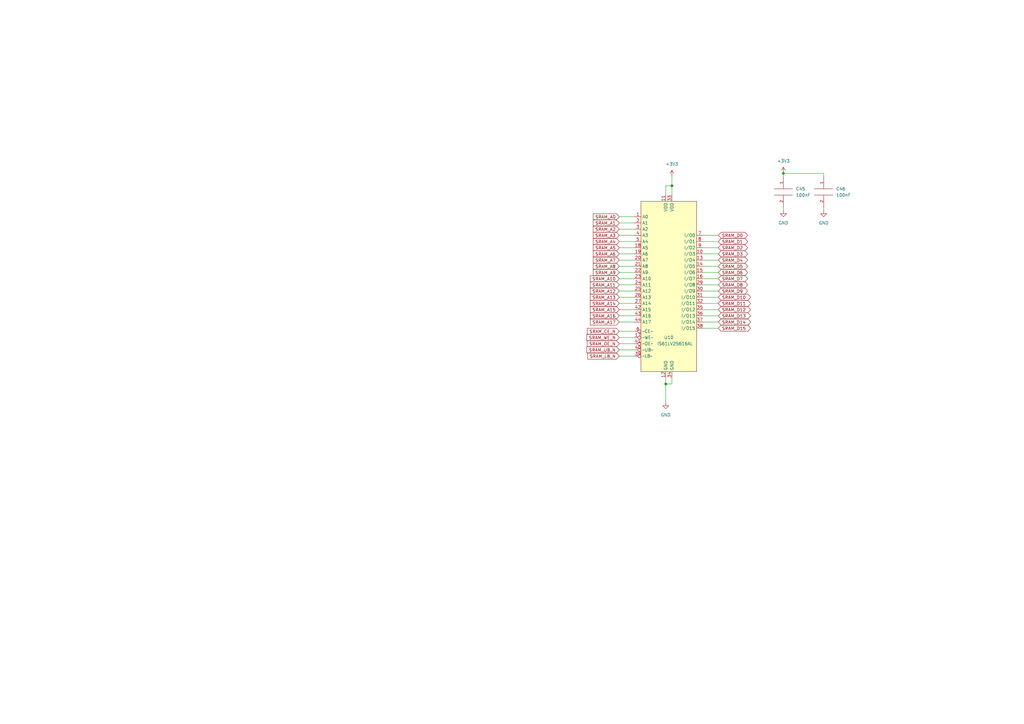
<source format=kicad_sch>
(kicad_sch (version 20211123) (generator eeschema)
  (paper "A3")
  (lib_symbols
    (symbol "iss:IS61LV25616AL"
      (property "Reference" "U" (at 0 -15.24 0))
      (property "Value" "IS61LV25616AL" (at 0 -1.27 90))
      (symbol "IS61LV25616AL_0_1"
        (rectangle (start -11.43 31.75) (end 11.43 -38.1) (fill (type background)))
      )
      (symbol "IS61LV25616AL_1_1"
        (pin input line (at -13.97 25.4 0) (length 2.54) (name "A0") (number "1"))
        (pin bidirectional line (at 13.97 10.16 180) (length 2.54) (name "I/O3") (number "10"))
        (pin input line (at -1.27 34.29 270) (length 2.54) (name "VDD") (number "11"))
        (pin input line (at -1.27 -40.64 90) (length 2.54) (name "GND") (number "12"))
        (pin bidirectional line (at 13.97 7.62 180) (length 2.54) (name "I/O4") (number "13"))
        (pin bidirectional line (at 13.97 5.08 180) (length 2.54) (name "I/O5") (number "14"))
        (pin bidirectional line (at 13.97 2.54 180) (length 2.54) (name "I/O6") (number "15"))
        (pin bidirectional line (at 13.97 0 180) (length 2.54) (name "I/O7") (number "16"))
        (pin input inverted (at -13.97 -24.13 0) (length 2.54) (name "~WE~") (number "17"))
        (pin input line (at -13.97 12.7 0) (length 2.54) (name "A5") (number "18"))
        (pin input line (at -13.97 10.16 0) (length 2.54) (name "A6") (number "19"))
        (pin input line (at -13.97 22.86 0) (length 2.54) (name "A1") (number "2"))
        (pin input line (at -13.97 7.62 0) (length 2.54) (name "A7") (number "20"))
        (pin input line (at -13.97 5.08 0) (length 2.54) (name "A8") (number "21"))
        (pin input line (at -13.97 2.54 0) (length 2.54) (name "A9") (number "22"))
        (pin input line (at -13.97 0 0) (length 2.54) (name "A10") (number "23"))
        (pin input line (at -13.97 -2.54 0) (length 2.54) (name "A11") (number "24"))
        (pin input line (at -13.97 -5.08 0) (length 2.54) (name "A12") (number "25"))
        (pin input line (at -13.97 -7.62 0) (length 2.54) (name "A13") (number "26"))
        (pin input line (at -13.97 -10.16 0) (length 2.54) (name "A14") (number "27"))
        (pin bidirectional line (at 13.97 -2.54 180) (length 2.54) (name "I/O8") (number "29"))
        (pin input line (at -13.97 20.32 0) (length 2.54) (name "A2") (number "3"))
        (pin bidirectional line (at 13.97 -5.08 180) (length 2.54) (name "I/O9") (number "30"))
        (pin bidirectional line (at 13.97 -7.62 180) (length 2.54) (name "I/O10") (number "31"))
        (pin bidirectional line (at 13.97 -10.16 180) (length 2.54) (name "I/O11") (number "32"))
        (pin input line (at 1.27 34.29 270) (length 2.54) (name "VDD") (number "33"))
        (pin input line (at 1.27 -40.64 90) (length 2.54) (name "GND") (number "34"))
        (pin bidirectional line (at 13.97 -12.7 180) (length 2.54) (name "I/O12") (number "35"))
        (pin bidirectional line (at 13.97 -15.24 180) (length 2.54) (name "I/O13") (number "36"))
        (pin bidirectional line (at 13.97 -17.78 180) (length 2.54) (name "I/O14") (number "37"))
        (pin bidirectional line (at 13.97 -20.32 180) (length 2.54) (name "I/O15") (number "38"))
        (pin input inverted (at -13.97 -31.75 0) (length 2.54) (name "~LB~") (number "39"))
        (pin input line (at -13.97 17.78 0) (length 2.54) (name "A3") (number "4"))
        (pin input inverted (at -13.97 -29.21 0) (length 2.54) (name "~UB~") (number "40"))
        (pin input inverted (at -13.97 -26.67 0) (length 2.54) (name "~OE~") (number "41"))
        (pin input line (at -13.97 -12.7 0) (length 2.54) (name "A15") (number "42"))
        (pin input line (at -13.97 -15.24 0) (length 2.54) (name "A16") (number "43"))
        (pin input line (at -13.97 -17.78 0) (length 2.54) (name "A17") (number "44"))
        (pin input line (at -13.97 15.24 0) (length 2.54) (name "A4") (number "5"))
        (pin input inverted (at -13.97 -21.59 0) (length 2.54) (name "~CE~") (number "6"))
        (pin bidirectional line (at 13.97 17.78 180) (length 2.54) (name "I/O0") (number "7"))
        (pin bidirectional line (at 13.97 15.24 180) (length 2.54) (name "I/O1") (number "8"))
        (pin bidirectional line (at 13.97 12.7 180) (length 2.54) (name "I/O2") (number "9"))
      )
    )
    (symbol "power:+3.3V" (power) (pin_names (offset 0))
      (property "Value" "+3.3V" (at 0 3.556 0))
      (symbol "+3.3V_0_1"
        (polyline (pts (xy -0.762 1.27) (xy 0 2.54)))
        (polyline (pts (xy 0 0) (xy 0 2.54)))
        (polyline (pts (xy 0 2.54) (xy 0.762 1.27)))
      )
      (symbol "+3.3V_1_1"
        (pin power_in line (at 0 0 90) (length 0) hide (name "+3V3") (number "1"))
      )
    )
    (symbol "power:GND" (power) (pin_names (offset 0))
      (property "Value" "GND" (at 0 -3.81 0))
      (symbol "GND_0_1"
        (polyline (pts (xy 0 0) (xy 0 -1.27) (xy 1.27 -1.27) (xy 0 -2.54) (xy -1.27 -1.27) (xy 0 -1.27)))
      )
      (symbol "GND_1_1"
        (pin power_in line (at 0 0 270) (length 0) hide (name "GND") (number "1"))
      )
    )
    (symbol "pspice:C" (pin_names (offset 0.254))
      (property "Reference" "C" (at 2.54 3.81 90))
      (property "Value" "C" (at 2.54 -3.81 90))
      (symbol "C_0_1"
        (polyline (pts (xy -3.81 -1.27) (xy 3.81 -1.27)))
        (polyline (pts (xy -3.81 1.27) (xy 3.81 1.27)))
      )
      (symbol "C_1_1"
        (pin passive line (at 0 6.35 270) (length 5.08) (name "~") (number "1"))
        (pin passive line (at 0 -6.35 90) (length 5.08) (name "~") (number "2"))
      )
    )
  )
  (junction (at 321.31 71.12))
  (junction (at 275.59 76.2))
  (junction (at 273.05 157.48))
  (wire (pts (xy 254 99.06) (xy 260.35 99.06)))
  (wire (pts (xy 273.05 157.48) (xy 273.05 154.94)))
  (wire (pts (xy 254 140.97) (xy 260.35 140.97)))
  (wire (pts (xy 254 127) (xy 260.35 127)))
  (wire (pts (xy 254 88.9) (xy 260.35 88.9)))
  (wire (pts (xy 288.29 101.6) (xy 294.64 101.6)))
  (wire (pts (xy 254 109.22) (xy 260.35 109.22)))
  (wire (pts (xy 288.29 109.22) (xy 294.64 109.22)))
  (wire (pts (xy 288.29 114.3) (xy 294.64 114.3)))
  (wire (pts (xy 275.59 72.39) (xy 275.59 76.2)))
  (wire (pts (xy 288.29 116.84) (xy 294.64 116.84)))
  (wire (pts (xy 337.82 71.12) (xy 337.82 72.39)))
  (wire (pts (xy 288.29 111.76) (xy 294.64 111.76)))
  (wire (pts (xy 273.05 80.01) (xy 273.05 76.2)))
  (wire (pts (xy 288.29 129.54) (xy 294.64 129.54)))
  (wire (pts (xy 254 124.46) (xy 260.35 124.46)))
  (wire (pts (xy 254 101.6) (xy 260.35 101.6)))
  (wire (pts (xy 254 104.14) (xy 260.35 104.14)))
  (wire (pts (xy 254 132.08) (xy 260.35 132.08)))
  (wire (pts (xy 337.82 85.09) (xy 337.82 86.36)))
  (wire (pts (xy 288.29 132.08) (xy 294.64 132.08)))
  (wire (pts (xy 273.05 157.48) (xy 275.59 157.48)))
  (wire (pts (xy 254 143.51) (xy 260.35 143.51)))
  (wire (pts (xy 254 119.38) (xy 260.35 119.38)))
  (wire (pts (xy 254 146.05) (xy 260.35 146.05)))
  (wire (pts (xy 273.05 76.2) (xy 275.59 76.2)))
  (wire (pts (xy 275.59 157.48) (xy 275.59 154.94)))
  (wire (pts (xy 273.05 165.1) (xy 273.05 157.48)))
  (wire (pts (xy 337.82 71.12) (xy 321.31 71.12)))
  (wire (pts (xy 288.29 119.38) (xy 294.64 119.38)))
  (wire (pts (xy 254 114.3) (xy 260.35 114.3)))
  (wire (pts (xy 288.29 127) (xy 294.64 127)))
  (wire (pts (xy 321.31 85.09) (xy 321.31 86.36)))
  (wire (pts (xy 288.29 104.14) (xy 294.64 104.14)))
  (wire (pts (xy 254 111.76) (xy 260.35 111.76)))
  (wire (pts (xy 288.29 124.46) (xy 294.64 124.46)))
  (wire (pts (xy 288.29 134.62) (xy 294.64 134.62)))
  (wire (pts (xy 288.29 99.06) (xy 294.64 99.06)))
  (wire (pts (xy 254 106.68) (xy 260.35 106.68)))
  (wire (pts (xy 254 96.52) (xy 260.35 96.52)))
  (wire (pts (xy 254 91.44) (xy 260.35 91.44)))
  (wire (pts (xy 254 93.98) (xy 260.35 93.98)))
  (wire (pts (xy 254 116.84) (xy 260.35 116.84)))
  (wire (pts (xy 275.59 76.2) (xy 275.59 80.01)))
  (wire (pts (xy 288.29 106.68) (xy 294.64 106.68)))
  (wire (pts (xy 321.31 71.12) (xy 321.31 72.39)))
  (wire (pts (xy 254 129.54) (xy 260.35 129.54)))
  (wire (pts (xy 254 121.92) (xy 260.35 121.92)))
  (wire (pts (xy 254 135.89) (xy 260.35 135.89)))
  (wire (pts (xy 254 138.43) (xy 260.35 138.43)))
  (wire (pts (xy 288.29 96.52) (xy 294.64 96.52)))
  (wire (pts (xy 288.29 121.92) (xy 294.64 121.92)))
  (global_label "SRAM_D5" (shape bidirectional) (at 294.64 109.22 0) (property "Intersheet References" "${INTERSHEET_REFS}" (effects hide)))
  (global_label "SRAM_A11" (shape input) (at 254 116.84 180) (property "Intersheet References" "${INTERSHEET_REFS}" (effects hide)))
  (global_label "SRAM_CE_N" (shape input) (at 254 135.89 180) (property "Intersheet References" "${INTERSHEET_REFS}" (effects hide)))
  (global_label "SRAM_A5" (shape input) (at 254 101.6 180) (property "Intersheet References" "${INTERSHEET_REFS}" (effects hide)))
  (global_label "SRAM_D0" (shape bidirectional) (at 294.64 96.52 0) (property "Intersheet References" "${INTERSHEET_REFS}" (effects hide)))
  (global_label "SRAM_A8" (shape input) (at 254 109.22 180) (property "Intersheet References" "${INTERSHEET_REFS}" (effects hide)))
  (global_label "SRAM_D15" (shape bidirectional) (at 294.64 134.62 0) (property "Intersheet References" "${INTERSHEET_REFS}" (effects hide)))
  (global_label "SRAM_A6" (shape input) (at 254 104.14 180) (property "Intersheet References" "${INTERSHEET_REFS}" (effects hide)))
  (global_label "SRAM_D14" (shape bidirectional) (at 294.64 132.08 0) (property "Intersheet References" "${INTERSHEET_REFS}" (effects hide)))
  (global_label "SRAM_LB_N" (shape input) (at 254 146.05 180) (property "Intersheet References" "${INTERSHEET_REFS}" (effects hide)))
  (global_label "SRAM_D10" (shape bidirectional) (at 294.64 121.92 0) (property "Intersheet References" "${INTERSHEET_REFS}" (effects hide)))
  (global_label "SRAM_A14" (shape input) (at 254 124.46 180) (property "Intersheet References" "${INTERSHEET_REFS}" (effects hide)))
  (global_label "SRAM_A9" (shape input) (at 254 111.76 180) (property "Intersheet References" "${INTERSHEET_REFS}" (effects hide)))
  (global_label "SRAM_D3" (shape bidirectional) (at 294.64 104.14 0) (property "Intersheet References" "${INTERSHEET_REFS}" (effects hide)))
  (global_label "SRAM_D9" (shape bidirectional) (at 294.64 119.38 0) (property "Intersheet References" "${INTERSHEET_REFS}" (effects hide)))
  (global_label "SRAM_D8" (shape bidirectional) (at 294.64 116.84 0) (property "Intersheet References" "${INTERSHEET_REFS}" (effects hide)))
  (global_label "SRAM_A13" (shape input) (at 254 121.92 180) (property "Intersheet References" "${INTERSHEET_REFS}" (effects hide)))
  (global_label "SRAM_A12" (shape input) (at 254 119.38 180) (property "Intersheet References" "${INTERSHEET_REFS}" (effects hide)))
  (global_label "SRAM_WE_N" (shape input) (at 254 138.43 180) (property "Intersheet References" "${INTERSHEET_REFS}" (effects hide)))
  (global_label "SRAM_A1" (shape input) (at 254 91.44 180) (property "Intersheet References" "${INTERSHEET_REFS}" (effects hide)))
  (global_label "SRAM_D1" (shape bidirectional) (at 294.64 99.06 0) (property "Intersheet References" "${INTERSHEET_REFS}" (effects hide)))
  (global_label "SRAM_A17" (shape input) (at 254 132.08 180) (property "Intersheet References" "${INTERSHEET_REFS}" (effects hide)))
  (global_label "SRAM_A16" (shape input) (at 254 129.54 180) (property "Intersheet References" "${INTERSHEET_REFS}" (effects hide)))
  (global_label "SRAM_D6" (shape bidirectional) (at 294.64 111.76 0) (property "Intersheet References" "${INTERSHEET_REFS}" (effects hide)))
  (global_label "SRAM_UB_N" (shape input) (at 254 143.51 180) (property "Intersheet References" "${INTERSHEET_REFS}" (effects hide)))
  (global_label "SRAM_D13" (shape bidirectional) (at 294.64 129.54 0) (property "Intersheet References" "${INTERSHEET_REFS}" (effects hide)))
  (global_label "SRAM_D4" (shape bidirectional) (at 294.64 106.68 0) (property "Intersheet References" "${INTERSHEET_REFS}" (effects hide)))
  (global_label "SRAM_A15" (shape input) (at 254 127 180) (property "Intersheet References" "${INTERSHEET_REFS}" (effects hide)))
  (global_label "SRAM_D7" (shape bidirectional) (at 294.64 114.3 0) (property "Intersheet References" "${INTERSHEET_REFS}" (effects hide)))
  (global_label "SRAM_A7" (shape input) (at 254 106.68 180) (property "Intersheet References" "${INTERSHEET_REFS}" (effects hide)))
  (global_label "SRAM_D11" (shape bidirectional) (at 294.64 124.46 0) (property "Intersheet References" "${INTERSHEET_REFS}" (effects hide)))
  (global_label "SRAM_A0" (shape input) (at 254 88.9 180) (property "Intersheet References" "${INTERSHEET_REFS}" (effects hide)))
  (global_label "SRAM_D2" (shape bidirectional) (at 294.64 101.6 0) (property "Intersheet References" "${INTERSHEET_REFS}" (effects hide)))
  (global_label "SRAM_A3" (shape input) (at 254 96.52 180) (property "Intersheet References" "${INTERSHEET_REFS}" (effects hide)))
  (global_label "SRAM_OE_N" (shape input) (at 254 140.97 180) (property "Intersheet References" "${INTERSHEET_REFS}" (effects hide)))
  (global_label "SRAM_A4" (shape input) (at 254 99.06 180) (property "Intersheet References" "${INTERSHEET_REFS}" (effects hide)))
  (global_label "SRAM_A2" (shape input) (at 254 93.98 180) (property "Intersheet References" "${INTERSHEET_REFS}" (effects hide)))
  (global_label "SRAM_D12" (shape bidirectional) (at 294.64 127 0) (property "Intersheet References" "${INTERSHEET_REFS}" (effects hide)))
  (global_label "SRAM_A10" (shape input) (at 254 114.3 180) (property "Intersheet References" "${INTERSHEET_REFS}" (effects hide)))
  (symbol (lib_id "pspice:C") (at 321.31 78.74 0) (unit 1)
    (property "Reference" "C45" (at 326.39 77.4699 0) (effects (justify left)))
    (property "Value" "100nF" (at 326.39 80.0099 0) (effects (justify left)))
    (property "Footprint" "Capacitor_SMD:C_0805_2012Metric_Pad1.18x1.45mm_HandSolder" (effects hide))
  )
  (symbol (lib_id "power:+3.3V") (at 321.31 71.12 0) (unit 1)
    (property "Reference" "#PWR0170" (effects hide))
    (property "Value" "+3.3V" (at 321.31 66.04 0))
  )
  (symbol (lib_id "power:GND") (at 273.05 165.1 0) (unit 1)
    (property "Reference" "#PWR0167" (effects hide))
    (property "Value" "GND" (at 273.05 170.18 0))
  )
  (symbol (lib_id "pspice:C") (at 337.82 78.74 0) (unit 1)
    (property "Reference" "C46" (at 342.9 77.4699 0) (effects (justify left)))
    (property "Value" "100nF" (at 342.9 80.0099 0) (effects (justify left)))
    (property "Footprint" "Capacitor_SMD:C_0805_2012Metric_Pad1.18x1.45mm_HandSolder" (effects hide))
  )
  (symbol (lib_id "iss:IS61LV25616AL") (at 274.32 114.3 0) (unit 1)
    (property "Reference" "U10" (at 274.32 138.43 0))
    (property "Value" "IS61LV25616AL" (at 276.86 140.97 0))
    (property "Footprint" "Package_SO:TSOP-II-44_10.16x18.41mm_P0.8mm" (effects hide))
  )
  (symbol (lib_id "power:+3.3V") (at 275.59 72.39 0) (unit 1)
    (property "Reference" "#PWR0172" (effects hide))
    (property "Value" "+3.3V" (at 275.59 67.31 0))
  )
  (symbol (lib_id "power:GND") (at 337.82 86.36 0) (unit 1)
    (property "Reference" "#PWR0168" (effects hide))
    (property "Value" "GND" (at 337.82 91.44 0))
  )
  (symbol (lib_id "power:GND") (at 321.31 86.36 0) (unit 1)
    (property "Reference" "#PWR0169" (effects hide))
    (property "Value" "GND" (at 321.31 91.44 0))
  )
)
</source>
